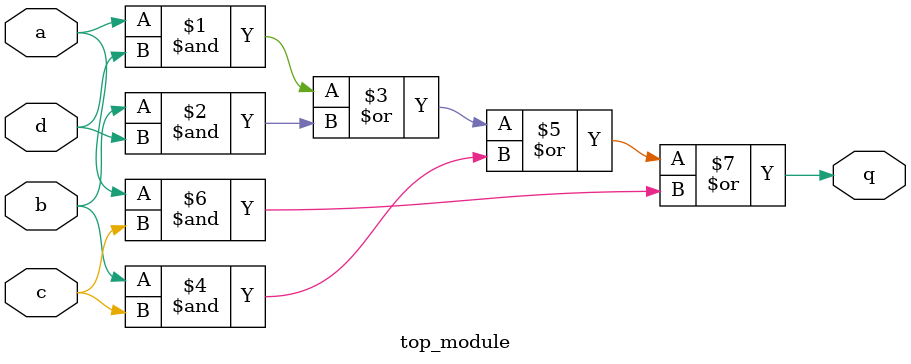
<source format=v>
module top_module (
    input a,
    input b,
    input c,
    input d,
    output q );//

    assign q = a&d | b&d | b&c | a&c; // Fix me

endmodule


</source>
